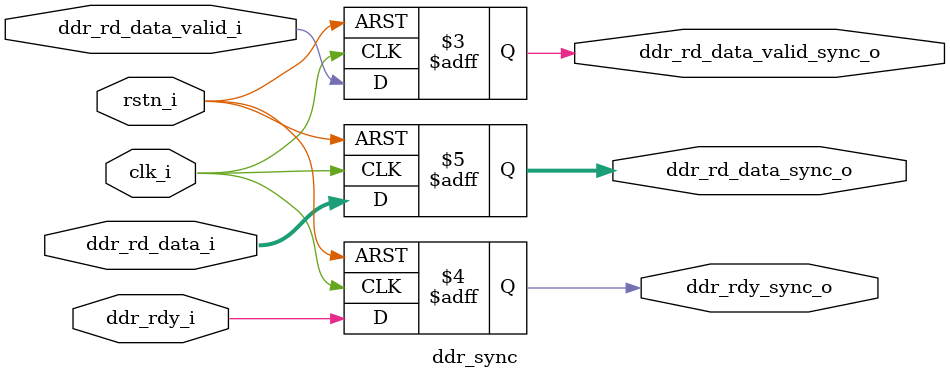
<source format=v>
/*
 * This module make ddr signal syncnous with user signal
 * */
module ddr_sync
#(
	parameter DW = 512
 )
 (
 	input	rstn_i,
	input	clk_i,
	input 					ddr_rd_data_valid_i,
	input 					ddr_rdy_i,
	input	[ DW-1:0 ]		ddr_rd_data_i,

	output	reg				ddr_rd_data_valid_sync_o,
	output	reg				ddr_rdy_sync_o,
	output	reg	[ DW-1:0 ]	ddr_rd_data_sync_o
 );

 always @( negedge rstn_i or posedge clk_i )
 begin
 	if( rstn_i == 1'b0 )
	begin
		ddr_rd_data_valid_sync_o	<= 1'b0;
		ddr_rdy_sync_o				<= 1'b0;
		ddr_rd_data_sync_o			<= { DW{1'b0} };
	end
	else
	begin
		ddr_rd_data_valid_sync_o	<= ddr_rd_data_valid_i;
		ddr_rdy_sync_o				<= ddr_rdy_i;
		ddr_rd_data_sync_o			<= ddr_rd_data_i;
	end
 end

endmodule

</source>
